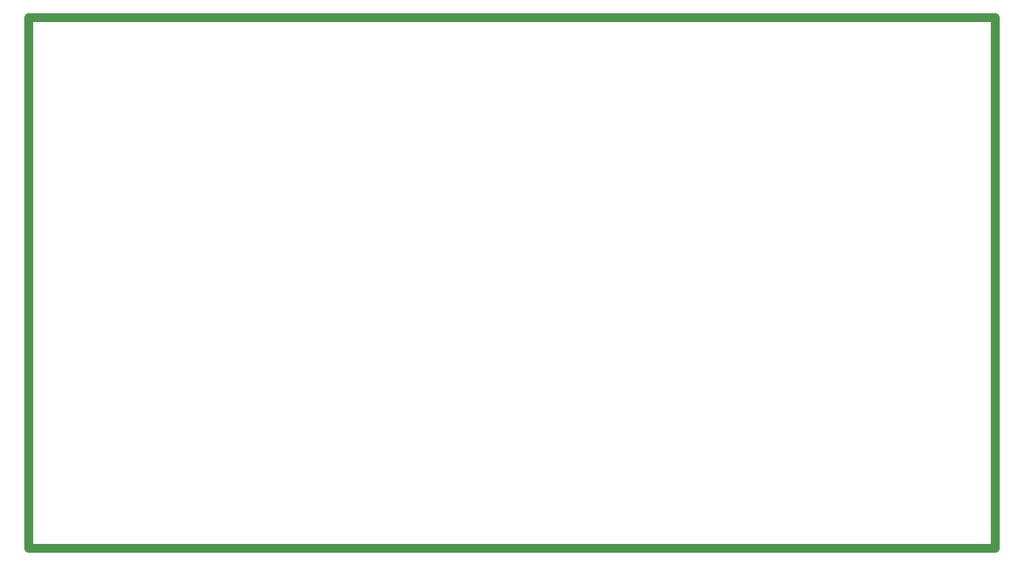
<source format=gko>
G04 Layer_Color=16711935*
%FSLAX42Y42*%
%MOMM*%
G71*
G01*
G75*
%ADD10C,1.00*%
D10*
X-50Y-50D02*
X11050D01*
Y6050D01*
X-50D02*
X11050D01*
X-50Y-50D02*
Y6050D01*
M02*

</source>
